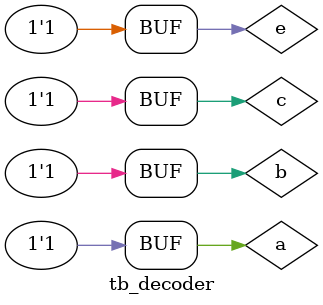
<source format=v>
`timescale 1ns / 1ps

module tb_decoder;
    
    // Inputs, defined as registers
    reg e;
    reg a;
    reg b;
    reg c;
    
    // Outputs, defined as wires
    wire d0, d1, d2, d3, d4, d5, d6, d7;
    
    // Instantiate the UUT (unit under test)
    decoder uut(
        .e(e), 
        .a(a), 
        .b(b), 
        .c(c), 
        .d0(d0), 
        .d1(d1), 
        .d2(d2),
        .d3(d3),
        .d4(d4),
        .d5(d5),
        .d6(d6),
        .d7(d7)
    );
    
    initial begin
        // Initialize Inputs
        e = 0;
        a = 0;
        b = 0;
        c = 0;
        
        // Wait 50 ns for global reset to finish
        #50;
        
        // Stimulus -- all input combinations followed by some wait time to observe the o/p  
        e = 0;
        a = 0;
        b = 0;
        c = 0;
        $display("TC01");
        if( d0 != 1'b0 ) $display("Result is wrong");
        
        e = 0;
        a = 0;
        b = 0;
        c = 1;
        #50;
        $display("TC02");
        if( d1 != 1'b0 ) $display("Result is wrong");
        
        e = 0;
        a = 0;
        b = 1;
        c = 0;
        #50;
        $display("TC03");
        if( d2 != 1'b0 ) $display("Result is wrong");
        
        e = 0;
        a = 0;
        b = 1;
        c = 1;
        #50;
        $display("TC04");
        if( d3 != 1'b0 ) $display("Result is wrong");
        
        e = 0;
        a = 1;
        b = 0;
        c = 0;
        #50;
        $display("TC05");
        if( d4 != 1'b0 ) $display("Result is wrong");
        
        e = 0;
        a = 1;
        b = 0;
        c = 1;
        #50;
        $display("TC06");
        if( d5 != 1'b0 ) $display("Result is wrong");
        
        e = 0;
        a = 1;
        b = 1;
        c = 0;
        #50;
        $display("TC07");
        if( d6 != 1'b0 ) $display("Result is wrong");
        
        e = 0;
        a = 1;
        b = 1;
        c = 1;
        #50;
        $display("TC08");
        if( d7 != 1'b0 ) $display("Result is wrong");
        
        e = 1;
        a = 0;
        b = 0;
        c = 0;
        #50;
        $display("TC09");
        if( d0 != 1'b1 ) $display("Result is wrong");
        
        e = 1;
        a = 0;
        b = 0;
        c = 1;
        #50;
        $display("TC10");
        if( d1 != 1'b1 ) $display("Result is wrong");
        
        e = 1;
        a = 0;
        b = 1;
        c = 0;
        #50;
        $display("TC11");
        if( d2 != 1'b1 ) $display("Result is wrong");
        
        e = 1;
        a = 0;
        b = 1;
        c = 1;
        #50;
        $display("TC12");
        if( d3 != 1'b1 ) $display("Result is wrong");
        
        e = 1;
        a = 1;
        b = 0;
        c = 0;
        #50;
        $display("TC13");
        if( d4 != 1'b1 ) $display("Result is wrong");
        
        e = 1;
        a = 1;
        b = 0;
        c = 1;
        #50;
        $display("TC14");
        if( d5 != 1'b1 ) $display("Result is wrong");
        
        e = 1;
        a = 1;
        b = 1;
        c = 0;
        #50;
        $display("TC15");
        if( d6 != 1'b1 ) $display("Result is wrong");
        
        e = 1;
        a = 1;
        b = 1;
        c = 1;
        #50;
        $display("TC16");
        if( d7 != 1'b1 ) $display("Result is wrong");
        
        
    
    end
    
    
    
endmodule


</source>
